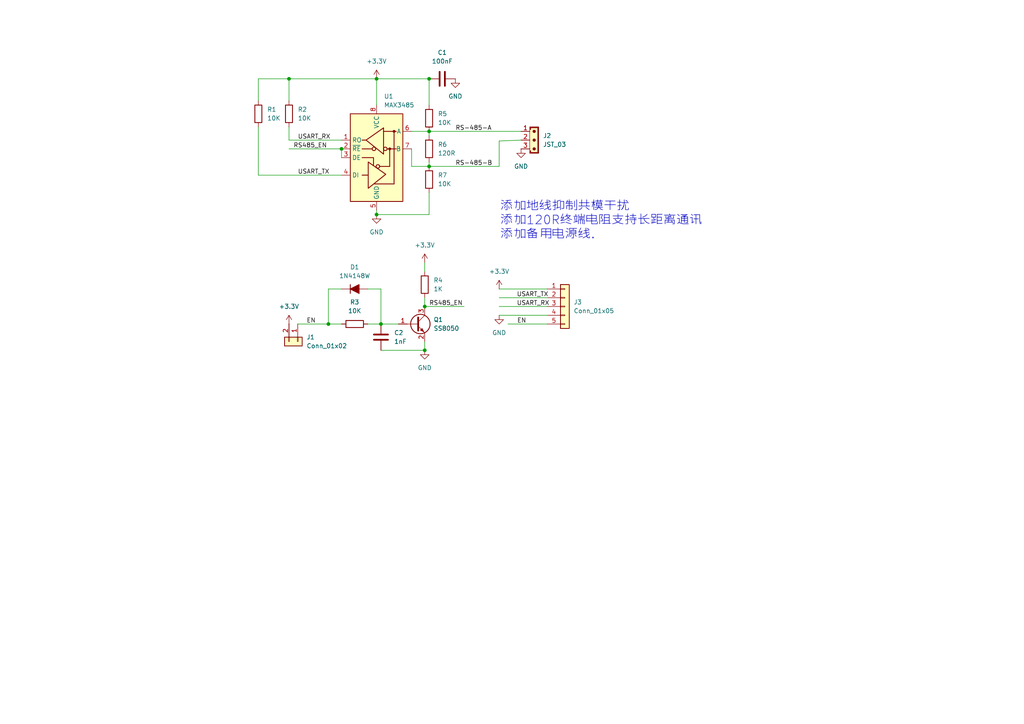
<source format=kicad_sch>
(kicad_sch (version 20250114) (generator "eeschema") (generator_version "9.0")
  (paper "A4")
  (lib_symbols
    (symbol "Connector_Generic:Conn_01x02" (pin_names (offset 1.016) (hide yes))
      (property "Reference" "J" (at 0 2.54 0))
      (property "Value" "Conn_01x02" (at 0 -5.08 0))
      (symbol "Conn_01x02_1_1"
        (rectangle (start -1.27 1.27) (end 1.27 -3.81) (stroke (width 0.254)) (fill (type background)))
        (rectangle (start -1.27 0.127) (end 0 -0.127) (stroke (width 0.1524)))
        (rectangle (start -1.27 -2.413) (end 0 -2.667) (stroke (width 0.1524)))
        (pin passive line (at -5.08 0 0) (length 3.81) (name "Pin_1") (number "1"))
        (pin passive line (at -5.08 -2.54 0) (length 3.81) (name "Pin_2") (number "2"))
      )
    )
    (symbol "Connector_Generic:Conn_01x05" (pin_names (offset 1.016) (hide yes))
      (property "Reference" "J" (at 0 7.62 0))
      (property "Value" "Conn_01x05" (at 0 -7.62 0))
      (symbol "Conn_01x05_1_1"
        (rectangle (start -1.27 6.35) (end 1.27 -6.35) (stroke (width 0.254)) (fill (type background)))
        (rectangle (start -1.27 5.207) (end 0 4.953) (stroke (width 0.1524)))
        (rectangle (start -1.27 2.667) (end 0 2.413) (stroke (width 0.1524)))
        (rectangle (start -1.27 0.127) (end 0 -0.127) (stroke (width 0.1524)))
        (rectangle (start -1.27 -2.413) (end 0 -2.667) (stroke (width 0.1524)))
        (rectangle (start -1.27 -4.953) (end 0 -5.207) (stroke (width 0.1524)))
        (pin passive line (at -5.08 5.08 0) (length 3.81) (name "Pin_1") (number "1"))
        (pin passive line (at -5.08 2.54 0) (length 3.81) (name "Pin_2") (number "2"))
        (pin passive line (at -5.08 0 0) (length 3.81) (name "Pin_3") (number "3"))
        (pin passive line (at -5.08 -2.54 0) (length 3.81) (name "Pin_4") (number "4"))
        (pin passive line (at -5.08 -5.08 0) (length 3.81) (name "Pin_5") (number "5"))
      )
    )
    (symbol "Interface_UART:MAX3485"
      (property "Reference" "U" (at -6.985 13.97 0))
      (property "Value" "MAX3485" (at 1.905 13.97 0))
      (symbol "MAX3485_0_1"
        (rectangle (start -7.62 12.7) (end 7.62 -12.7) (stroke (width 0.254)) (fill (type background)))
        (polyline (pts (xy -4.191 2.54) (xy -1.27 2.54)) (stroke (width 0.254)))
        (polyline (pts (xy -4.191 0) (xy -0.889 0) (xy -0.889 -2.286)) (stroke (width 0.254)))
        (polyline (pts (xy -3.175 5.08) (xy -4.191 5.08) (xy -4.064 5.08)) (stroke (width 0.254)))
        (polyline (pts (xy -2.54 -5.08) (xy -4.191 -5.08)) (stroke (width 0.254)))
        (polyline (pts (xy -2.413 -5.08) (xy -2.413 -1.27) (xy 2.667 -4.826) (xy -2.413 -8.89) (xy -2.413 -5.08)) (stroke (width 0.254)))
        (polyline (pts (xy -0.635 -7.62) (xy 5.08 -7.62)) (stroke (width 0.254)))
        (circle (center 0.381 -2.54) (radius 0.508) (stroke (width 0.254)))
        (polyline (pts (xy 0.889 -2.54) (xy 3.81 -2.54)) (stroke (width 0.254)))
        (polyline (pts (xy 2.032 7.62) (xy 5.715 7.62)) (stroke (width 0.254)))
        (polyline (pts (xy 3.048 2.54) (xy 5.715 2.54)) (stroke (width 0.254)))
        (circle (center 3.81 2.54) (radius 0.2794) (stroke (width 0.254)) (fill (type outline)))
        (polyline (pts (xy 3.81 -2.54) (xy 3.81 2.54)) (stroke (width 0.254)))
        (polyline (pts (xy 5.08 -7.62) (xy 5.08 7.62)) (stroke (width 0.254)))
      )
      (symbol "MAX3485_1_1"
        (circle (center -0.762 2.54) (radius 0.508) (stroke (width 0.254)))
        (polyline (pts (xy 2.032 4.826) (xy 2.032 8.636) (xy -3.048 5.08) (xy 2.032 1.016) (xy 2.032 4.826)) (stroke (width 0.254)))
        (circle (center 2.54 2.54) (radius 0.508) (stroke (width 0.254)))
        (circle (center 5.08 7.62) (radius 0.2794) (stroke (width 0.254)) (fill (type outline)))
        (pin output line (at -10.16 5.08 0) (length 2.54) (name "RO") (number "1"))
        (pin input line (at -10.16 2.54 0) (length 2.54) (name "~{RE}") (number "2"))
        (pin input line (at -10.16 0 0) (length 2.54) (name "DE") (number "3"))
        (pin input line (at -10.16 -5.08 0) (length 2.54) (name "DI") (number "4"))
        (pin power_in line (at 0 15.24 270) (length 2.54) (name "VCC") (number "8"))
        (pin power_in line (at 0 -15.24 90) (length 2.54) (name "GND") (number "5"))
        (pin bidirectional line (at 10.16 7.62 180) (length 2.54) (name "A") (number "6"))
        (pin bidirectional line (at 10.16 2.54 180) (length 2.54) (name "B") (number "7"))
      )
    )
    (symbol "PCM_Capacitor_AKL:C_1206" (pin_numbers (hide yes)) (pin_names (offset 0.254))
      (property "Reference" "C" (at 0.635 2.54 0))
      (property "Value" "C_1206" (at 0.635 -2.54 0))
      (symbol "C_1206_0_1"
        (polyline (pts (xy -2.032 0.762) (xy 2.032 0.762)) (stroke (width 0.508)))
        (polyline (pts (xy -2.032 -0.762) (xy 2.032 -0.762)) (stroke (width 0.508)))
      )
      (symbol "C_1206_0_2"
        (polyline (pts (xy -2.54 -2.54) (xy -0.381 -0.381)))
        (polyline (pts (xy -0.508 -0.508) (xy -1.651 0.635)) (stroke (width 0.508)))
        (polyline (pts (xy -0.508 -0.508) (xy 0.635 -1.651)) (stroke (width 0.508)))
        (polyline (pts (xy 0.381 0.381) (xy 2.54 2.54)))
        (polyline (pts (xy 0.508 0.508) (xy -0.635 1.651)) (stroke (width 0.508)))
        (polyline (pts (xy 0.508 0.508) (xy 1.651 -0.635)) (stroke (width 0.508)))
      )
      (symbol "C_1206_1_1"
        (pin passive line (at 0 3.81 270) (length 2.794) (name "~") (number "1"))
        (pin passive line (at 0 -3.81 90) (length 2.794) (name "~") (number "2"))
      )
      (symbol "C_1206_1_2"
        (pin passive line (at -2.54 -2.54 90) (length 0) (name "~") (number "2"))
        (pin passive line (at 2.54 2.54 270) (length 0) (name "~") (number "1"))
      )
    )
    (symbol "PCM_Diode_AKL:1N4148W" (pin_numbers (hide yes)) (pin_names (offset 1.016) (hide yes))
      (property "Reference" "D" (at 0 5.08 0))
      (property "Value" "1N4148W" (at 0 2.54 0))
      (symbol "1N4148W_0_1"
        (polyline (pts (xy -1.27 1.27) (xy -1.27 -1.27) (xy 1.27 0) (xy -1.27 1.27)) (stroke (width 0.254)) (fill (type outline)))
        (polyline (pts (xy -1.27 0) (xy 1.27 0)))
        (polyline (pts (xy 1.27 1.27) (xy 1.27 -1.27)) (stroke (width 0.254)))
      )
      (symbol "1N4148W_0_2"
        (polyline (pts (xy -2.54 -2.54) (xy 2.54 2.54)))
        (polyline (pts (xy -0.889 -0.889) (xy -1.778 0) (xy 0.889 0.889) (xy 0 -1.778) (xy -0.889 -0.889)) (stroke (width 0.254)) (fill (type outline)))
        (polyline (pts (xy 0 1.778) (xy 1.778 0)) (stroke (width 0.254)))
      )
      (symbol "1N4148W_1_1"
        (pin passive line (at -3.81 0 0) (length 2.54) (name "A") (number "2"))
        (pin passive line (at 3.81 0 180) (length 2.54) (name "K") (number "1"))
      )
      (symbol "1N4148W_1_2"
        (pin passive line (at -2.54 -2.54 0) (length 0) (name "A") (number "2"))
        (pin passive line (at 2.54 2.54 180) (length 0) (name "K") (number "1"))
      )
    )
    (symbol "PCM_Resistor_AKL:R_1206" (pin_numbers (hide yes)) (pin_names (offset 0))
      (property "Reference" "R" (at 2.54 1.27 0))
      (property "Value" "R_1206" (at 2.54 -1.27 0))
      (symbol "R_1206_0_1"
        (rectangle (start -1.016 2.54) (end 1.016 -2.54) (stroke (width 0.254)))
      )
      (symbol "R_1206_0_2"
        (polyline (pts (xy -2.54 -2.54) (xy -1.524 -1.524)))
        (polyline (pts (xy 1.524 1.524) (xy 2.54 2.54)))
        (polyline (pts (xy 1.524 1.524) (xy 0.889 2.159) (xy -2.159 -0.889) (xy -0.889 -2.159) (xy 2.159 0.889) (xy 1.524 1.524)) (stroke (width 0.254)))
      )
      (symbol "R_1206_1_1"
        (pin passive line (at 0 3.81 270) (length 1.27) (name "~") (number "1"))
        (pin passive line (at 0 -3.81 90) (length 1.27) (name "~") (number "2"))
      )
      (symbol "R_1206_1_2"
        (pin passive line (at -2.54 -2.54 0) (length 0) (name "") (number "2"))
        (pin passive line (at 2.54 2.54 180) (length 0) (name "") (number "1"))
      )
    )
    (symbol "PCM_SL_Connectors:JST_03"
      (property "Reference" "J" (at 0 8.89 0))
      (property "Value" "JST_03" (at 0 6.35 0))
      (symbol "JST_03_0_1"
        (rectangle (start -1.27 3.81) (end 1.27 -3.81) (fill (type background)))
        (polyline (pts (xy -1.27 -3.048) (xy -1.27 -3.81) (xy 1.27 -3.81) (xy 1.27 -3.048) (xy 1.016 -3.048) (xy 1.016 -3.556) (xy -1.016 -3.556) (xy -1.016 -3.048) (xy -1.27 -3.048)) (fill (type outline)))
        (circle (center 0 2.54) (radius 0.381) (fill (type outline)))
        (circle (center 0 0) (radius 0.381) (fill (type outline)))
        (circle (center 0 -2.54) (radius 0.381) (fill (type outline)))
        (rectangle (start 1.016 3.048) (end 1.27 -3.048) (fill (type outline)))
        (polyline (pts (xy 1.27 3.048) (xy 1.27 3.81) (xy -1.27 3.81) (xy -1.27 3.048) (xy -1.016 3.048) (xy -1.016 3.556) (xy 1.016 3.556) (xy 1.016 3.048) (xy 1.27 3.048)) (fill (type outline)))
      )
      (symbol "JST_03_1_1"
        (pin passive line (at -3.81 2.54 0) (length 2.54) (name "") (number "1"))
        (pin passive line (at -3.81 0 0) (length 2.54) (name "") (number "2"))
        (pin passive line (at -3.81 -2.54 0) (length 2.54) (name "") (number "3"))
      )
    )
    (symbol "Transistor_BJT:SS8050" (pin_names (offset 0) (hide yes))
      (property "Reference" "Q" (at 5.08 1.905 0))
      (property "Value" "SS8050" (at 5.08 0 0))
      (symbol "SS8050_0_1"
        (polyline (pts (xy -2.54 0) (xy 0.635 0)))
        (polyline (pts (xy 0.635 1.905) (xy 0.635 -1.905)) (stroke (width 0.508)))
        (circle (center 1.27 0) (radius 2.8194) (stroke (width 0.254)))
      )
      (symbol "SS8050_1_1"
        (polyline (pts (xy 0.635 0.635) (xy 2.54 2.54)))
        (polyline (pts (xy 0.635 -0.635) (xy 2.54 -2.54)))
        (polyline (pts (xy 1.27 -1.778) (xy 1.778 -1.27) (xy 2.286 -2.286) (xy 1.27 -1.778)) (fill (type outline)))
        (pin input line (at -5.08 0 0) (length 2.54) (name "B") (number "1"))
        (pin passive line (at 2.54 5.08 270) (length 2.54) (name "C") (number "3"))
        (pin passive line (at 2.54 -5.08 90) (length 2.54) (name "E") (number "2"))
      )
    )
    (symbol "power:+3.3V" (power) (pin_numbers (hide yes)) (pin_names (offset 0) (hide yes))
      (property "Value" "+3.3V" (at 0 3.556 0))
      (symbol "+3.3V_0_1"
        (polyline (pts (xy -0.762 1.27) (xy 0 2.54)))
        (polyline (pts (xy 0 2.54) (xy 0.762 1.27)))
        (polyline (pts (xy 0 0) (xy 0 2.54)))
      )
      (symbol "+3.3V_1_1"
        (pin power_in line (at 0 0 90) (length 0) (name "~") (number "1"))
      )
    )
    (symbol "power:GND" (power) (pin_numbers (hide yes)) (pin_names (offset 0) (hide yes))
      (property "Value" "GND" (at 0 -3.81 0))
      (symbol "GND_0_1"
        (polyline (pts (xy 0 0) (xy 0 -1.27) (xy 1.27 -1.27) (xy 0 -2.54) (xy -1.27 -1.27) (xy 0 -1.27)))
      )
      (symbol "GND_1_1"
        (pin power_in line (at 0 0 270) (length 0) (name "~") (number "1"))
      )
    )
  )
  (text "添加地线抑制共模干扰\n添加120R终端电阻支持长距离通讯\n添加备用电源线." (at 145.034 64.008 0) (effects (font (size 2.54 2.54)) (justify left)))
  (junction (at 124.46 38.1))
  (junction (at 99.06 43.18))
  (junction (at 110.49 93.98))
  (junction (at 124.46 48.26))
  (junction (at 123.19 101.6))
  (junction (at 83.82 22.86))
  (junction (at 109.22 62.23))
  (junction (at 109.22 22.86))
  (junction (at 123.19 88.9))
  (junction (at 95.25 93.98))
  (junction (at 124.46 22.86))
  (wire (pts (xy 109.22 22.86) (xy 83.82 22.86)))
  (wire (pts (xy 124.46 38.1) (xy 151.13 38.1)))
  (wire (pts (xy 147.32 93.98) (xy 158.75 93.98)))
  (wire (pts (xy 124.46 55.88) (xy 124.46 62.23)))
  (wire (pts (xy 106.68 83.82) (xy 110.49 83.82)))
  (wire (pts (xy 86.36 93.98) (xy 95.25 93.98)))
  (wire (pts (xy 123.19 88.9) (xy 134.62 88.9)))
  (wire (pts (xy 144.78 40.894) (xy 151.13 40.64)))
  (wire (pts (xy 74.93 50.8) (xy 99.06 50.8)))
  (wire (pts (xy 123.19 86.36) (xy 123.19 88.9)))
  (wire (pts (xy 144.78 88.9) (xy 158.75 88.9)))
  (wire (pts (xy 95.25 93.98) (xy 99.06 93.98)))
  (wire (pts (xy 144.78 86.36) (xy 158.75 86.36)))
  (wire (pts (xy 74.93 36.83) (xy 74.93 50.8)))
  (wire (pts (xy 124.46 22.86) (xy 109.22 22.86)))
  (wire (pts (xy 106.68 93.98) (xy 110.49 93.98)))
  (wire (pts (xy 124.46 48.26) (xy 144.78 48.26)))
  (wire (pts (xy 144.78 40.894) (xy 144.78 48.26)))
  (wire (pts (xy 95.25 83.82) (xy 95.25 93.98)))
  (wire (pts (xy 110.49 93.98) (xy 115.57 93.98)))
  (wire (pts (xy 83.82 22.86) (xy 83.82 29.21)))
  (wire (pts (xy 119.38 38.1) (xy 124.46 38.1)))
  (wire (pts (xy 83.82 40.64) (xy 99.06 40.64)))
  (wire (pts (xy 123.19 101.6) (xy 123.19 99.06)))
  (wire (pts (xy 83.82 36.83) (xy 83.82 40.64)))
  (wire (pts (xy 144.78 91.44) (xy 158.75 91.44)))
  (wire (pts (xy 109.22 22.86) (xy 109.22 30.48)))
  (wire (pts (xy 144.78 83.82) (xy 158.75 83.82)))
  (wire (pts (xy 124.46 46.99) (xy 124.46 48.26)))
  (wire (pts (xy 124.46 62.23) (xy 109.22 62.23)))
  (wire (pts (xy 110.49 83.82) (xy 110.49 93.98)))
  (wire (pts (xy 124.46 30.48) (xy 124.46 22.86)))
  (wire (pts (xy 74.93 22.86) (xy 83.82 22.86)))
  (wire (pts (xy 124.46 38.1) (xy 124.46 39.37)))
  (wire (pts (xy 119.38 48.26) (xy 124.46 48.26)))
  (wire (pts (xy 83.82 43.18) (xy 99.06 43.18)))
  (wire (pts (xy 99.06 83.82) (xy 95.25 83.82)))
  (wire (pts (xy 110.49 101.6) (xy 123.19 101.6)))
  (wire (pts (xy 74.93 29.21) (xy 74.93 22.86)))
  (wire (pts (xy 99.06 43.18) (xy 99.06 45.72)))
  (wire (pts (xy 123.19 76.2) (xy 123.19 78.74)))
  (wire (pts (xy 119.38 43.18) (xy 119.38 48.26)))
  (wire (pts (xy 109.22 60.96) (xy 109.22 62.23)))
  (label "RS485_EN" (at 124.46 88.9 0))
  (label "USART_TX" (at 149.86 86.36 0))
  (label "EN" (at 149.9725 93.98 0))
  (label "RS-485-B" (at 132.08 48.26 0))
  (label "USART_RX" (at 86.36 40.64 0))
  (label "RS485_EN" (at 85.09 43.18 0))
  (label "USART_TX" (at 86.36 50.8 0))
  (label "EN" (at 88.9 93.98 0))
  (label "RS-485-A" (at 132.08 38.1 0))
  (label "USART_RX" (at 149.86 88.9 0))
  (symbol (lib_id "PCM_Resistor_AKL:R_1206") (at 74.93 33.02 0) (unit 1)
    (property "Reference" "R1" (at 77.47 31.7499 0) (effects (justify left)))
    (property "Value" "10K" (at 77.47 34.2899 0) (effects (justify left)))
    (property "Footprint" "PCM_Resistor_SMD_AKL:R_1206_3216Metric" (effects (hide yes)))
    (property "Description" "SMD 1206 Chip Resistor, European Symbol, Alternate KiCad Library" (effects (hide yes)))
  )
  (symbol (lib_id "PCM_Resistor_AKL:R_1206") (at 102.87 93.98 90) (unit 1)
    (property "Reference" "R3" (at 102.87 87.63 90))
    (property "Value" "10K" (at 102.87 90.17 90))
    (property "Footprint" "PCM_Resistor_SMD_AKL:R_1206_3216Metric" (effects (hide yes)))
    (property "Description" "SMD 1206 Chip Resistor, European Symbol, Alternate KiCad Library" (effects (hide yes)))
  )
  (symbol (lib_id "PCM_Diode_AKL:1N4148W") (at 102.87 83.82 180) (unit 1)
    (property "Reference" "D1" (at 102.87 77.47 0))
    (property "Value" "1N4148W" (at 102.87 80.01 0))
    (property "Footprint" "PCM_Diode_SMD_AKL:D_SOD-123" (effects (hide yes)))
    (property "Datasheet" "https://datasheet.octopart.com/1N4148W-HE3-18-Vishay-datasheet-17291302.pdf" (effects (hide yes)))
    (property "Description" "SOD-123 Diode, Small Signal, Fast Switching, 75V, 150mA, 4ns, Alternate KiCad Library" (effects (hide yes)))
  )
  (symbol (lib_id "PCM_Resistor_AKL:R_1206") (at 83.82 33.02 0) (unit 1)
    (property "Reference" "R2" (at 86.36 31.7499 0) (effects (justify left)))
    (property "Value" "10K" (at 86.36 34.2899 0) (effects (justify left)))
    (property "Footprint" "PCM_Resistor_SMD_AKL:R_1206_3216Metric" (effects (hide yes)))
    (property "Description" "SMD 1206 Chip Resistor, European Symbol, Alternate KiCad Library" (effects (hide yes)))
  )
  (symbol (lib_id "PCM_Capacitor_AKL:C_1206") (at 128.27 22.86 90) (unit 1)
    (property "Reference" "C1" (at 128.27 15.24 90))
    (property "Value" "100nF" (at 128.27 17.78 90))
    (property "Footprint" "PCM_Capacitor_SMD_AKL:C_1206_3216Metric" (effects (hide yes)))
    (property "Description" "SMD 1206 MLCC capacitor, Alternate KiCad Library" (effects (hide yes)))
  )
  (symbol (lib_id "Interface_UART:MAX3485") (at 109.22 45.72 0) (unit 1)
    (property "Reference" "U1" (at 111.3633 27.94 0) (effects (justify left)))
    (property "Value" "MAX3485" (at 111.3633 30.48 0) (effects (justify left)))
    (property "Footprint" "Package_SO:SOIC-8_3.9x4.9mm_P1.27mm" (effects (hide yes)))
    (property "Datasheet" "https://datasheets.maximintegrated.com/en/ds/MAX3483-MAX3491.pdf" (effects (hide yes)))
    (property "Description" "True RS-485/RS-422, 10Mbps, Slew-Rate Limited, with low-power shutdown, with receiver/driver enable, 32 receiver drive capacitity, DIP-8 and SOIC-8" (effects (hide yes)))
  )
  (symbol (lib_id "PCM_Resistor_AKL:R_1206") (at 123.19 82.55 0) (unit 1)
    (property "Reference" "R4" (at 125.73 81.2799 0) (effects (justify left)))
    (property "Value" "1K" (at 125.73 83.8199 0) (effects (justify left)))
    (property "Footprint" "PCM_Resistor_SMD_AKL:R_1206_3216Metric" (effects (hide yes)))
    (property "Description" "SMD 1206 Chip Resistor, European Symbol, Alternate KiCad Library" (effects (hide yes)))
  )
  (symbol (lib_id "Connector_Generic:Conn_01x05") (at 163.83 88.9 0) (unit 1)
    (property "Reference" "J3" (at 166.37 87.6299 0) (effects (justify left)))
    (property "Value" "Conn_01x05" (at 166.37 90.1699 0) (effects (justify left)))
    (property "Footprint" "Connector_PinHeader_2.54mm:PinHeader_1x05_P2.54mm_Vertical" (effects (hide yes)))
    (property "Description" "Generic connector, single row, 01x05, script generated (kicad-library-utils/schlib/autogen/connector/)" (effects (hide yes)))
  )
  (symbol (lib_id "power:GND") (at 123.19 101.6 0) (unit 1)
    (property "Reference" "#PWR05" (effects (hide yes)))
    (property "Value" "GND" (at 123.19 106.68 0))
    (property "Description" "Power symbol creates a global label with name \"GND\" , ground" (effects (hide yes)))
  )
  (symbol (lib_id "PCM_Resistor_AKL:R_1206") (at 124.46 52.07 0) (unit 1)
    (property "Reference" "R7" (at 127 50.7999 0) (effects (justify left)))
    (property "Value" "10K" (at 127 53.3399 0) (effects (justify left)))
    (property "Footprint" "PCM_Resistor_SMD_AKL:R_1206_3216Metric" (effects (hide yes)))
    (property "Description" "SMD 1206 Chip Resistor, European Symbol, Alternate KiCad Library" (effects (hide yes)))
  )
  (symbol (lib_id "power:+3.3V") (at 144.78 83.82 0) (unit 1)
    (property "Reference" "#PWR07" (effects (hide yes)))
    (property "Value" "+3.3V" (at 144.78 78.74 0))
    (property "Description" "Power symbol creates a global label with name \"+3.3V\"" (effects (hide yes)))
  )
  (symbol (lib_id "power:GND") (at 144.78 91.44 0) (unit 1)
    (property "Reference" "#PWR08" (effects (hide yes)))
    (property "Value" "GND" (at 144.78 96.52 0))
    (property "Description" "Power symbol creates a global label with name \"GND\" , ground" (effects (hide yes)))
  )
  (symbol (lib_id "PCM_SL_Connectors:JST_03") (at 154.94 40.64 0) (unit 1)
    (property "Reference" "J2" (at 157.48 39.3699 0) (effects (justify left)))
    (property "Value" "JST_03" (at 157.48 41.9099 0) (effects (justify left)))
    (property "Footprint" "Connector_Phoenix_MSTB:PhoenixContact_MSTBVA_2,5_3-G-5,08_1x03_P5.08mm_Vertical" (effects (hide yes)))
    (property "Description" "JST Connector  3 pins" (effects (hide yes)))
  )
  (symbol (lib_id "PCM_Capacitor_AKL:C_1206") (at 110.49 97.79 0) (unit 1)
    (property "Reference" "C2" (at 114.3 96.5199 0) (effects (justify left)))
    (property "Value" "1nF" (at 114.3 99.0599 0) (effects (justify left)))
    (property "Footprint" "PCM_Capacitor_SMD_AKL:C_1206_3216Metric" (effects (hide yes)))
    (property "Description" "SMD 1206 MLCC capacitor, Alternate KiCad Library" (effects (hide yes)))
  )
  (symbol (lib_id "power:GND") (at 151.13 43.18 0) (mirror y) (unit 1)
    (property "Reference" "#PWR010" (effects (hide yes)))
    (property "Value" "GND" (at 151.13 48.26 0))
    (property "Description" "Power symbol creates a global label with name \"GND\" , ground" (effects (hide yes)))
  )
  (symbol (lib_id "PCM_Resistor_AKL:R_1206") (at 124.46 43.18 0) (unit 1)
    (property "Reference" "R6" (at 127 41.9099 0) (effects (justify left)))
    (property "Value" "120R" (at 127 44.4499 0) (effects (justify left)))
    (property "Footprint" "PCM_Resistor_SMD_AKL:R_1206_3216Metric" (effects (hide yes)))
    (property "Description" "SMD 1206 Chip Resistor, European Symbol, Alternate KiCad Library" (effects (hide yes)))
  )
  (symbol (lib_id "power:+3.3V") (at 109.22 22.86 0) (unit 1)
    (property "Reference" "#PWR02" (effects (hide yes)))
    (property "Value" "+3.3V" (at 109.22 17.78 0))
    (property "Description" "Power symbol creates a global label with name \"+3.3V\"" (effects (hide yes)))
  )
  (symbol (lib_id "power:GND") (at 132.08 22.86 0) (mirror y) (unit 1)
    (property "Reference" "#PWR06" (effects (hide yes)))
    (property "Value" "GND" (at 132.08 27.94 0))
    (property "Description" "Power symbol creates a global label with name \"GND\" , ground" (effects (hide yes)))
  )
  (symbol (lib_id "power:GND") (at 109.22 62.23 0) (unit 1)
    (property "Reference" "#PWR03" (effects (hide yes)))
    (property "Value" "GND" (at 109.22 67.31 0))
    (property "Description" "Power symbol creates a global label with name \"GND\" , ground" (effects (hide yes)))
  )
  (symbol (lib_id "PCM_Resistor_AKL:R_1206") (at 124.46 34.29 0) (unit 1)
    (property "Reference" "R5" (at 127 33.0199 0) (effects (justify left)))
    (property "Value" "10K" (at 127 35.5599 0) (effects (justify left)))
    (property "Footprint" "PCM_Resistor_SMD_AKL:R_1206_3216Metric" (effects (hide yes)))
    (property "Description" "SMD 1206 Chip Resistor, European Symbol, Alternate KiCad Library" (effects (hide yes)))
  )
  (symbol (lib_id "Transistor_BJT:SS8050") (at 120.65 93.98 0) (unit 1)
    (property "Reference" "Q1" (at 125.73 92.7099 0) (effects (justify left)))
    (property "Value" "SS8050" (at 125.73 95.2499 0) (effects (justify left)))
    (property "Footprint" "Package_TO_SOT_SMD:SOT-23" (effects (hide yes)))
    (property "Datasheet" "http://www.secosgmbh.com/datasheet/products/SSMPTransistor/SOT-23/SS8050.pdf" (effects (hide yes)))
    (property "Description" "General Purpose NPN Transistor, 1.5A Ic, 25V Vce, SOT-23" (effects (hide yes)))
  )
  (symbol (lib_id "power:+3.3V") (at 83.82 93.98 0) (unit 1)
    (property "Reference" "#PWR01" (effects (hide yes)))
    (property "Value" "+3.3V" (at 83.82 88.9 0))
    (property "Description" "Power symbol creates a global label with name \"+3.3V\"" (effects (hide yes)))
  )
  (symbol (lib_id "power:+3.3V") (at 123.19 76.2 0) (unit 1)
    (property "Reference" "#PWR04" (effects (hide yes)))
    (property "Value" "+3.3V" (at 123.19 71.12 0))
    (property "Description" "Power symbol creates a global label with name \"+3.3V\"" (effects (hide yes)))
  )
  (symbol (lib_id "Connector_Generic:Conn_01x02") (at 86.36 99.06 270) (unit 1)
    (property "Reference" "J1" (at 88.9 97.7899 90) (effects (justify left)))
    (property "Value" "Conn_01x02" (at 88.9 100.3299 90) (effects (justify left)))
    (property "Footprint" "Connector_PinHeader_2.54mm:PinHeader_1x02_P2.54mm_Vertical" (effects (hide yes)))
    (property "Description" "Generic connector, single row, 01x02, script generated (kicad-library-utils/schlib/autogen/connector/)" (effects (hide yes)))
  )
)
</source>
